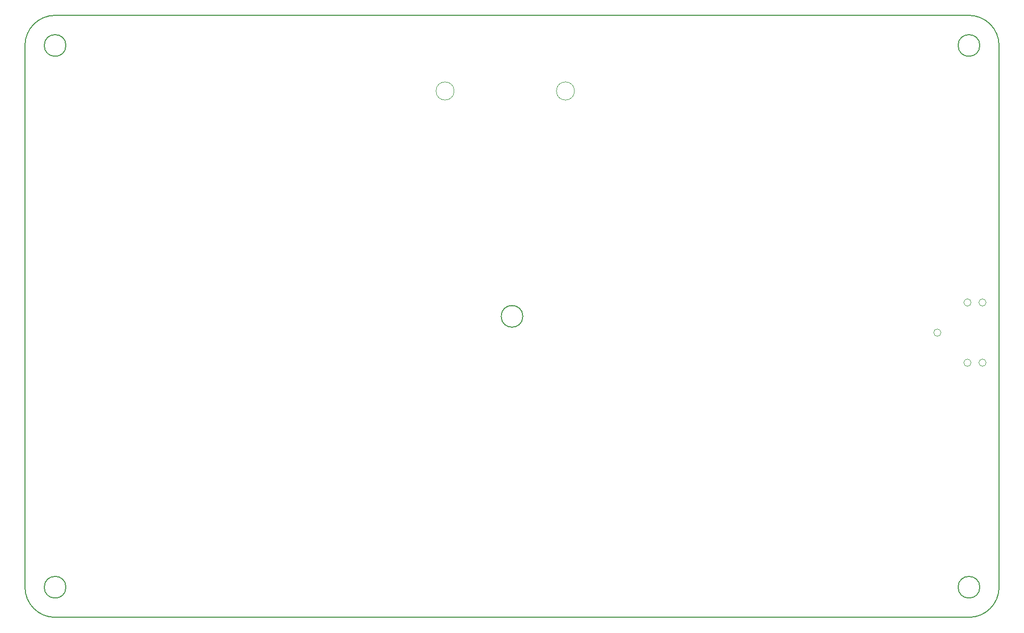
<source format=gbr>
%TF.GenerationSoftware,KiCad,Pcbnew,(6.0.0-0)*%
%TF.CreationDate,2022-12-08T16:32:43+01:00*%
%TF.ProjectId,drone_o_tron_1_0Rev1_rounded_edges,64726f6e-655f-46f5-9f74-726f6e5f315f,rev?*%
%TF.SameCoordinates,Original*%
%TF.FileFunction,Profile,NP*%
%FSLAX46Y46*%
G04 Gerber Fmt 4.6, Leading zero omitted, Abs format (unit mm)*
G04 Created by KiCad (PCBNEW (6.0.0-0)) date 2022-12-08 16:32:43*
%MOMM*%
%LPD*%
G01*
G04 APERTURE LIST*
%TA.AperFunction,Profile*%
%ADD10C,0.200000*%
%TD*%
%TA.AperFunction,Profile*%
%ADD11C,0.120000*%
%TD*%
G04 APERTURE END LIST*
D10*
X5135534Y-135534D02*
G75*
G03*
X135534Y-5135534I0J-5000000D01*
G01*
X135534Y-95135534D02*
G75*
G03*
X5135534Y-100135534I5000000J0D01*
G01*
X5135534Y-100135534D02*
X156935534Y-100135534D01*
X156935534Y-100135534D02*
G75*
G03*
X161935534Y-95135534I0J5000000D01*
G01*
X158735537Y-95135534D02*
G75*
G03*
X158735537Y-95135534I-1800000J0D01*
G01*
X6935531Y-5135534D02*
G75*
G03*
X6935531Y-5135534I-1800000J0D01*
G01*
X161935534Y-95135534D02*
X161935534Y-5135534D01*
X156935534Y-135534D02*
X5135534Y-135534D01*
X82835534Y-50135534D02*
G75*
G03*
X82835534Y-50135534I-1800000J0D01*
G01*
X6935534Y-95135537D02*
G75*
G03*
X6935534Y-95135537I-1800000J0D01*
G01*
X135534Y-5135534D02*
X135534Y-95135534D01*
X158735534Y-5135531D02*
G75*
G03*
X158735534Y-5135531I-1800000J0D01*
G01*
X161935534Y-5135534D02*
G75*
G03*
X156935534Y-135534I-5000000J0D01*
G01*
D11*
%TO.C,J701*%
X152285534Y-52835534D02*
G75*
G03*
X152285534Y-52835534I-600000J0D01*
G01*
X157285534Y-47835534D02*
G75*
G03*
X157285534Y-47835534I-600000J0D01*
G01*
X159785534Y-47835534D02*
G75*
G03*
X159785534Y-47835534I-600000J0D01*
G01*
X159785534Y-57835534D02*
G75*
G03*
X159785534Y-57835534I-600000J0D01*
G01*
X157285534Y-57835534D02*
G75*
G03*
X157285534Y-57835534I-600000J0D01*
G01*
%TO.C,BT101*%
X91410534Y-12698034D02*
G75*
G03*
X91410534Y-12698034I-1500000J0D01*
G01*
X71410534Y-12698034D02*
G75*
G03*
X71410534Y-12698034I-1500000J0D01*
G01*
%TD*%
M02*

</source>
